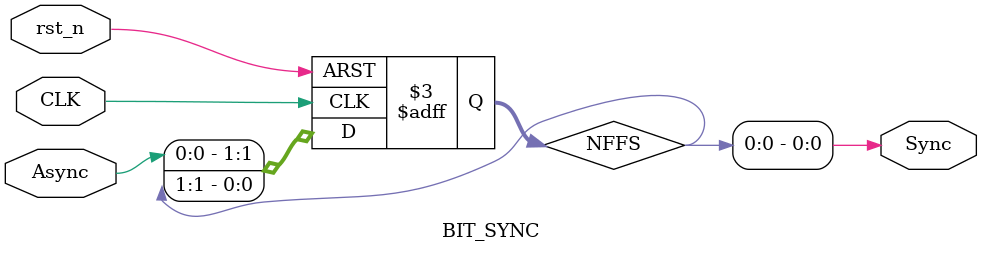
<source format=v>
module BIT_SYNC (
	input  wire  CLK,
	input  wire  rst_n,
	input  wire  Async,
	output wire  Sync
);

// Number of stages
reg [1:0] NFFS;

always @(posedge CLK , negedge rst_n) begin
	if(!rst_n) begin
		NFFS <= 2'b00;
	end
	else begin			
		NFFS <= {Async,NFFS[1]};
	end
end

assign Sync = NFFS[0];

endmodule
</source>
